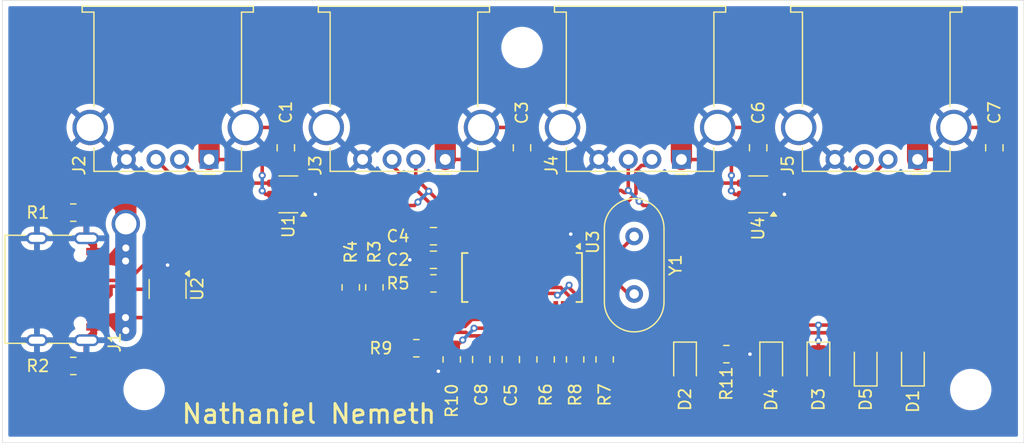
<source format=kicad_pcb>
(kicad_pcb (version 20240108) (generator "pcbnew") (generator_version "8.0")
  (layers (0 "F.Cu" signal) (31 "B.Cu" signal) (34 "B.Paste" user) (35 "F.Paste" user) (36 "B.SilkS" user "B.Silkscreen") (37 "F.SilkS" user "F.Silkscreen") (38 "B.Mask" user) (39 "F.Mask" user) (44 "Edge.Cuts" user))
  (net 0 "")
  (net 1 "GND")
  (net 2 "+1V8")
  (net 3 "DRV")
  (net 4 "D1-")
  (net 5 "D1+")
  (net 6 "D2+")
  (net 7 "D2-")
  (net 8 "D3-")
  (net 9 "D3+")
  (net 10 "D4+")
  (net 11 "D4-")
  (net 12 "DU-")
  (net 13 "DU+")
  (net 14 "LED1")
  (net 15 "LED2")
  (net 21 "/BUSJ")
  (net 22 "/OVCJ")
  (net 23 "/Upstream Port/CC1")
  (net 24 "/Upstream Port/CC2")
  (net 25 "/REXT")
  (net 26 "+5V")
  (net 27 "+3V3")
  (net 28 "/Peripheral Circuits/HUB ON{slash}OFF")
  (net 29 "/Peripheral Circuits/LED 1&3")
  (net 30 "/Peripheral Circuits/LED 2&4")
  (net 31 "/XRSTJ")
  (net 32 "/VBUSM")
  (net 34 "XOUT")
  (net 35 "XIN")
  (footprint "MountingHole:MountingHole_3mm" (layer "F.Cu") (at 142.45 105.05 90)
    (property "Reference" "REF**" (hide yes))
    (property "Value" "MountingHole_3mm" (hide yes))
  )
  (footprint "Package_TO_SOT_SMD:SOT-23-6" (layer "F.Cu") (at 154.663738 88.5 180)
    (property "Reference" "U1")
    (property "Value" "SRV05-4" (hide yes))
  )
  (footprint "Package_TO_SOT_SMD:SOT-23-6" (layer "F.Cu") (at 194.454407 88.5 180)
    (property "Reference" "U4")
    (property "Value" "SRV05-4" (hide yes))
  )
  (footprint "Package_TO_SOT_SMD:SOT-23-6" (layer "F.Cu") (at 144.436961 96.525001 -90)
    (property "Reference" "U2")
    (property "Value" "SRV05-4" (hide yes))
  )
  (footprint "Connector_USB:USB_A_Stewart_SS-52100-001_Horizontal" (layer "F.Cu") (at 207.95 85.54 180)
    (property "Reference" "J5")
    (property "Value" "USB_A" (hide yes))
  )
  (footprint "Crystal:Crystal_HC49-U_Vertical" (layer "F.Cu") (at 183.95 96.95 90)
    (property "Reference" "Y1")
    (property "Value" "12MHz" (hide yes))
  )
  (footprint "Connector_USB:USB_A_Stewart_SS-52100-001_Horizontal" (layer "F.Cu") (at 167.95 85.54 180)
    (property "Reference" "J3")
    (property "Value" "USB_A" (hide yes))
  )
  (footprint "Connector_USB:USB_A_Stewart_SS-52100-001_Horizontal" (layer "F.Cu") (at 147.95 85.54 180)
    (property "Reference" "J2")
    (property "Value" "USB_A" (hide yes))
  )
  (footprint "Resistor_SMD:R_0805_2012Metric_Pad1.20x1.40mm_HandSolder" (layer "F.Cu") (at 191.756519 102.05 180)
    (property "Reference" "R11")
    (property "Value" "470Ω" (hide yes))
  )
  (footprint "Resistor_SMD:R_0805_2012Metric_Pad1.20x1.40mm_HandSolder" (layer "F.Cu") (at 136.45 103.05 180)
    (property "Reference" "R2")
    (property "Value" "5.1kΩ" (hide yes))
  )
  (footprint "Resistor_SMD:R_0805_2012Metric_Pad1.20x1.40mm_HandSolder" (layer "F.Cu") (at 159.95 96.387107 -90)
    (property "Reference" "R4")
    (property "Value" "100kΩ" (hide yes))
  )
  (footprint "Resistor_SMD:R_0805_2012Metric_Pad1.20x1.40mm_HandSolder" (layer "F.Cu") (at 176.45 102.5 -90)
    (property "Reference" "R6")
    (property "Value" "470Ω" (hide yes))
  )
  (footprint "Resistor_SMD:R_0805_2012Metric_Pad1.20x1.40mm_HandSolder" (layer "F.Cu") (at 136.45 90.05 180)
    (property "Reference" "R1")
    (property "Value" "5.1kΩ" (hide yes))
  )
  (footprint "Capacitor_SMD:C_0805_2012Metric_Pad1.18x1.45mm_HandSolder" (layer "F.Cu") (at 154.45 84.55 90)
    (property "Reference" "C1")
    (property "Value" "0.1uF" (hide yes))
  )
  (footprint "Resistor_SMD:R_0805_2012Metric_Pad1.20x1.40mm_HandSolder" (layer "F.Cu") (at 181.45 102.5 -90)
    (property "Reference" "R7")
    (property "Value" "100kΩ" (hide yes))
  )
  (footprint "Capacitor_SMD:C_0805_2012Metric_Pad1.18x1.45mm_HandSolder" (layer "F.Cu") (at 173.5 102.5 -90)
    (property "Reference" "C5")
    (property "Value" "10uF" (hide yes))
  )
  (footprint "Connector_USB:USB_C_Receptacle_G-Switch_GT-USB-7010ASV" (layer "F.Cu") (at 134.45 96.55 -90)
    (property "Reference" "J1")
    (property "Value" "USB_C_Receptacle_USB2.0_16P" (hide yes))
  )
  (footprint "Capacitor_SMD:C_0805_2012Metric_Pad1.18x1.45mm_HandSolder" (layer "F.Cu") (at 171 102.5 -90)
    (property "Reference" "C8")
    (property "Value" "100nF" (hide yes))
  )
  (footprint "Resistor_SMD:R_0805_2012Metric_Pad1.20x1.40mm_HandSolder" (layer "F.Cu") (at 161.95 96.387107 -90)
    (property "Reference" "R3")
    (property "Value" "100kΩ" (hide yes))
  )
  (footprint "MountingHole:MountingHole_3mm" (layer "F.Cu") (at 174.45 76.05 90)
    (property "Reference" "REF**" (hide yes))
    (property "Value" "MountingHole_3mm" (hide yes))
  )
  (footprint "Resistor_SMD:R_0805_2012Metric_Pad1.20x1.40mm_HandSolder" (layer "F.Cu") (at 166.95 96.05)
    (property "Reference" "R5")
    (property "Value" "2.7kΩ" (hide yes))
  )
  (footprint "LED_SMD:LED_0805_2012Metric_Pad1.15x1.40mm_HandSolder" (layer "F.Cu") (at 207.552173 102.887107 90)
    (property "Reference" "D1")
    (property "Value" "LED_G" (hide yes))
  )
  (footprint "Capacitor_SMD:C_0805_2012Metric_Pad1.18x1.45mm_HandSolder" (layer "F.Cu") (at 194.45 84.55 90)
    (property "Reference" "C6")
    (property "Value" "0.1uF" (hide yes))
  )
  (footprint "Package_SO:SSOP-28_3.9x9.9mm_P0.635mm" (layer "F.Cu") (at 174.45 95.55 -90)
    (property "Reference" "U3")
    (property "Value" "FE1.1s" (hide yes))
  )
  (footprint "Capacitor_SMD:C_0805_2012Metric_Pad1.18x1.45mm_HandSolder" (layer "F.Cu") (at 166.95 94.05 180)
    (property "Reference" "C2")
    (property "Value" "10uF" (hide yes))
  )
  (footprint "LED_SMD:LED_0805_2012Metric_Pad1.15x1.40mm_HandSolder" (layer "F.Cu") (at 188.256519 102.887107 -90)
    (property "Reference" "D2")
    (property "Value" "LED_R" (hide yes))
  )
  (footprint "Capacitor_SMD:C_0805_2012Metric_Pad1.18x1.45mm_HandSolder" (layer "F.Cu") (at 174.45 84.55 90)
    (property "Reference" "C3")
    (property "Value" "0.1uF" (hide yes))
  )
  (footprint "Resistor_SMD:R_0805_2012Metric_Pad1.20x1.40mm_HandSolder" (layer "F.Cu") (at 178.95 102.5 -90)
    (property "Reference" "R8")
    (property "Value" "470Ω" (hide yes))
  )
  (footprint "Resistor_SMD:R_0805_2012Metric_Pad1.20x1.40mm_HandSolder" (layer "F.Cu") (at 165.5 101.55 180)
    (property "Reference" "R9")
    (property "Value" "47kΩ" (hide yes))
  )
  (footprint "Capacitor_SMD:C_0805_2012Metric_Pad1.18x1.45mm_HandSolder" (layer "F.Cu") (at 214.45 84.55 90)
    (property "Reference" "C7")
    (property "Value" "0.1uF" (hide yes))
  )
  (footprint "MountingHole:MountingHole_3mm" (layer "F.Cu") (at 212.45 105.05 90)
    (property "Reference" "REF**" (hide yes))
    (property "Value" "MountingHole_3mm" (hide yes))
  )
  (footprint "Connector_USB:USB_A_Stewart_SS-52100-001_Horizontal" (layer "F.Cu") (at 187.95 85.54 180)
    (property "Reference" "J4")
    (property "Value" "USB_A" (hide yes))
  )
  (footprint "Capacitor_SMD:C_0805_2012Metric_Pad1.18x1.45mm_HandSolder" (layer "F.Cu") (at 166.95 92.05 180)
    (property "Reference" "C4")
    (property "Value" "10uF" (hide yes))
  )
  (footprint "LED_SMD:LED_0805_2012Metric_Pad1.15x1.40mm_HandSolder" (layer "F.Cu") (at 199.552173 102.887107 -90)
    (property "Reference" "D3")
    (property "Value" "LED_G" (hide yes))
  )
  (footprint "LED_SMD:LED_0805_2012Metric_Pad1.15x1.40mm_HandSolder" (layer "F.Cu") (at 195.552173 102.887107 -90)
    (property "Reference" "D4")
    (property "Value" "LED_G" (hide yes))
  )
  (footprint "Resistor_SMD:R_0805_2012Metric_Pad1.20x1.40mm_HandSolder" (layer "F.Cu") (at 168.5 102.5 90)
    (property "Reference" "R10")
    (property "Value" "100kΩ" (hide yes))
  )
  (footprint "LED_SMD:LED_0805_2012Metric_Pad1.15x1.40mm_HandSolder" (layer "F.Cu") (at 203.552173 102.887107 90)
    (property "Reference" "D5")
    (property "Value" "LED_G" (hide yes))
  )
  (gr_rect (start 130.45 72.05) (end 216.95 109.55) (stroke (width 0.05)) (fill none) (layer "Edge.Cuts"))
  (gr_text "Nathaniel Nemeth" (at 145.5 108.05 0) (layer "F.SilkS") (effects (font (size 1.6 1.6) (thickness 0.25) (bold yes)) (justify left bottom)))
  (segment (start 165.9125 96.0125) (end 165.95 96.05) (width 0.3) (layer "F.Cu") (net 1))
  (segment (start 154.45 83.5125) (end 153.7675 82.83) (width 0.3) (layer "F.Cu") (net 1))
  (segment (start 137.45 103.05) (end 137.45 100.995) (width 0.3) (layer "F.Cu") (net 1))
  (segment (start 144.436961 94.5) (end 144.436961 95.387501) (width 0.3) (layer "F.Cu") (net 1))
  (segment (start 213.7675 82.83) (end 211.02 82.83) (width 0.3) (layer "F.Cu") (net 1))
  (segment (start 165.9125 94.05) (end 164.95 94.05) (width 0.3) (layer "F.Cu") (net 1))
  (segment (start 165.9125 94.05) (end 165.9125 96.0125) (width 0.3) (layer "F.Cu") (net 1))
  (segment (start 165.9125 92.05) (end 165.9125 94.05) (width 0.3) (layer "F.Cu") (net 1))
  (segment (start 137.45 100.995) (end 137.575 100.87) (width 0.3) (layer "F.Cu") (net 1))
  (segment (start 138.175 100.27) (end 137.575 100.87) (width 0.6) (layer "F.Cu") (net 1))
  (segment (start 174.45 83.5125) (end 173.7675 82.83) (width 0.3) (layer "F.Cu") (net 1))
  (segment (start 138.175 93.35) (end 138.175 92.83) (width 0.6) (layer "F.Cu") (net 1))
  (segment (start 168.5 103.5) (end 168.5375 103.5375) (width 0.3) (layer "F.Cu") (net 1))
  (segment (start 167.367489 103.5) (end 168.5 103.5) (width 0.3) (layer "F.Cu") (net 1))
  (segment (start 214.45 83.5125) (end 213.7675 82.83) (width 0.3) (layer "F.Cu") (net 1))
  (segment (start 196.67437 88.5) (end 195.591907 88.5) (width 0.3) (layer "F.Cu") (net 1))
  (segment (start 168.5375 103.5375) (end 173.5 103.5375) (width 0.3) (layer "F.Cu") (net 1))
  (segment (start 137.45 92.105) (end 137.575 92.23) (width 0.3) (layer "F.Cu") (net 1))
  (segment (start 173.7675 82.83) (end 171.02 82.83) (width 0.3) (layer "F.Cu") (net 1))
  (segment (start 137.45 90.05) (end 137.45 92.105) (width 0.3) (layer "F.Cu") (net 1))
  (segment (start 194.45 83.5125) (end 193.7675 82.83) (width 0.3) (layer "F.Cu") (net 1))
  (segment (start 153.7675 82.83) (end 151.02 82.83) (width 0.3) (layer "F.Cu") (net 1))
  (segment (start 193.7675 82.83) (end 191.02 82.83) (width 0.3) (layer "F.Cu") (net 1))
  (segment (start 193.756519 102.05) (end 192.882665 102.05) (width 0.3) (layer "F.Cu") (net 1))
  (segment (start 138.175 99.75) (end 138.175 100.27) (width 0.6) (layer "F.Cu") (net 1))
  (segment (start 138.175 92.83) (end 137.575 92.23) (width 0.6) (layer "F.Cu") (net 1))
  (segment (start 156.95 88.5) (end 155.801238 88.5) (width 0.3) (layer "F.Cu") (net 1))
  (segment (start 178.5775 91.874636) (end 178.5775 92.95) (width 0.3) (layer "F.Cu") (net 1))
  (via (at 193.756519 102.05) (size 0.6) (drill 0.3) (layers "F.Cu" "B.Cu") (net 1))
  (via (at 156.95 88.5) (size 0.6) (drill 0.3) (layers "F.Cu" "B.Cu") (net 1))
  (via (at 144.436961 94.5) (size 0.6) (drill 0.3) (layers "F.Cu" "B.Cu") (net 1))
  (via (at 178.5775 91.874636) (size 0.6) (drill 0.3) (layers "F.Cu" "B.Cu") (net 1))
  (via (at 196.67437 88.5) (size 0.6) (drill 0.3) (layers "F.Cu" "B.Cu") (net 1))
  (via (at 164.95 94.05) (size 0.6) (drill 0.3) (layers "F.Cu" "B.Cu") (net 1))
  (via (at 167.367489 103.5) (size 0.6) (drill 0.3) (layers "F.Cu" "B.Cu") (net 1))
  (segment (start 178.5775 97.258261) (end 177.719239 96.4) (width 0.3) (layer "F.Cu") (net 2))
  (segment (start 171.5925 92.95) (end 171.5925 92.012893) (width 0.3) (layer "F.Cu") (net 2))
  (segment (start 169.567893 91.5) (end 169.275 91.792893) (width 0.3) (layer "F.Cu") (net 2))
  (segment (start 171.5925 92.012893) (end 171.079607 91.5) (width 0.3) (layer "F.Cu") (net 2))
  (segment (start 178.5775 98.15) (end 178.5775 97.258261) (width 0.3) (layer "F.Cu") (net 2))
  (segment (start 169.275 91.792894) (end 169.017894 92.05) (width 0.3) (layer "F.Cu") (net 2))
  (segment (start 171.5925 94.470394) (end 171.5925 92.95) (width 0.3) (layer "F.Cu") (net 2))
  (segment (start 171.079607 91.5) (end 169.567893 91.5) (width 0.3) (layer "F.Cu") (net 2))
  (segment (start 173.522106 96.4) (end 171.5925 94.470394) (width 0.3) (layer "F.Cu") (net 2))
  (segment (start 177.719239 96.4) (end 173.522106 96.4) (width 0.3) (layer "F.Cu") (net 2))
  (segment (start 169.275 91.792893) (end 169.275 91.792894) (width 0.3) (layer "F.Cu") (net 2))
  (segment (start 169.017894 92.05) (end 167.9875 92.05) (width 0.3) (layer "F.Cu") (net 2))
  (segment (start 175.95 105.55) (end 182.971975 105.55) (width 0.3) (layer "F.Cu") (net 3))
  (segment (start 174.95 104.55) (end 175.95 105.55) (width 0.3) (layer "F.Cu") (net 3))
  (segment (start 174.7675 98.15) (end 174.7675 99.074606) (width 0.3) (layer "F.Cu") (net 3))
  (segment (start 182.971975 105.55) (end 184.609868 103.912107) (width 0.3) (layer "F.Cu") (net 3))
  (segment (start 184.609868 103.912107) (end 207.552173 103.912107) (width 0.3) (layer "F.Cu") (net 3))
  (segment (start 174.7675 99.074606) (end 174.95 99.257106) (width 0.3) (layer "F.Cu") (net 3))
  (segment (start 174.95 99.257106) (end 174.95 104.55) (width 0.3) (layer "F.Cu") (net 3))
  (segment (start 155.452476 90.475) (end 156.582151 90.475) (width 0.3) (layer "F.Cu") (net 4))
  (segment (start 155.452476 90.475) (end 154.669447 89.691971) (width 0.3) (layer "F.Cu") (net 4))
  (segment (start 154.669447 89.691971) (end 154.669447 88.269447) (width 0.3) (layer "F.Cu") (net 4))
  (segment (start 172.8625 91.86868) (end 171.46882 90.475) (width 0.3) (layer "F.Cu") (net 4))
  (segment (start 172.8625 92.95) (end 172.8625 91.86868) (width 0.3) (layer "F.Cu") (net 4))
  (segment (start 171.46882 90.475) (end 157.611603 90.475) (width 0.3) (layer "F.Cu") (net 4))
  (segment (start 145.45 85.55) (end 145.45 85.54) (width 0.3) (layer "F.Cu") (net 4))
  (segment (start 147.45 87.55) (end 145.45 85.55) (width 0.3) (layer "F.Cu") (net 4))
  (segment (start 153.95 87.55) (end 147.45 87.55) (width 0.3) (layer "F.Cu") (net 4))
  (segment (start 157.182151 90.045548) (end 157.011603 90.045548) (width 0.3) (layer "F.Cu") (net 4))
  (segment (start 154.669447 88.269447) (end 153.95 87.55) (width 0.3) (layer "F.Cu") (net 4))
  (arc (start 156.796877 90.260274) (mid 156.733985 90.412108) (end 156.582151 90.475) (width 0.3) (layer "F.Cu") (net 4))
  (arc (start 157.611603 90.475) (mid 157.459769 90.412108) (end 157.396877 90.260274) (width 0.3) (layer "F.Cu") (net 4))
  (arc (start 157.011603 90.045548) (mid 156.859769 90.10844) (end 156.796877 90.260274) (width 0.3) (layer "F.Cu") (net 4))
  (arc (start 157.396877 90.260274) (mid 157.333985 90.10844) (end 157.182151 90.045548) (width 0.3) (layer "F.Cu") (net 4))
  (segment (start 143.45 85.54) (end 143.45 85.55) (width 0.3) (layer "F.Cu") (net 5))
  (segment (start 154.169447 89.899077) (end 155.24537 90.975) (width 0.3) (layer "F.Cu") (net 5))
  (segment (start 153.721708 89.45) (end 154.169447 89.897739) (width 0.3) (layer "F.Cu") (net 5))
  (segment (start 147.35 89.45) (end 153.721708 89.45) (width 0.3) (layer "F.Cu") (net 5))
  (segment (start 154.169447 89.897739) (end 154.169447 89.899077) (width 0.3) (layer "F.Cu") (net 5))
  (segment (start 143.45 85.55) (end 147.35 89.45) (width 0.3) (layer "F.Cu") (net 5))
  (segment (start 172.2275 91.940786) (end 172.2275 92.95) (width 0.3) (layer "F.Cu") (net 5))
  (segment (start 171.261714 90.975) (end 172.2275 91.940786) (width 0.3) (layer "F.Cu") (net 5))
  (segment (start 155.24537 90.975) (end 171.261714 90.975) (width 0.3) (layer "F.Cu") (net 5))
  (segment (start 171.675927 89.975) (end 167.375001 89.975) (width 0.3) (layer "F.Cu") (net 6))
  (segment (start 163.45 86.049999) (end 163.45 85.54) (width 0.3) (layer "F.Cu") (net 6))
  (segment (start 155.801238 87.55) (end 164.95 87.55) (width 0.3) (layer "F.Cu") (net 6))
  (segment (start 173.4975 91.796573) (end 171.675927 89.975) (width 0.3) (layer "F.Cu") (net 6))
  (segment (start 173.4975 92.95) (end 173.4975 91.796573) (width 0.3) (layer "F.Cu") (net 6))
  (segment (start 167.375001 89.975) (end 163.45 86.049999) (width 0.3) (layer "F.Cu") (net 6))
  (segment (start 174.1325 91.724466) (end 174.1325 92.95) (width 0.3) (layer "F.Cu") (net 7))
  (segment (start 165.45 87.13076) (end 167.79424 89.475) (width 0.3) (layer "F.Cu") (net 7))
  (segment (start 165.45 85.54) (end 165.45 87.13076) (width 0.3) (layer "F.Cu") (net 7))
  (segment (start 165.63557 89.15481) (end 165.34038 89.45) (width 0.3) (layer "F.Cu") (net 7))
  (segment (start 171.883034 89.475) (end 174.1325 91.724466) (width 0.3) (layer "F.Cu") (net 7))
  (segment (start 168.99424 89.475) (end 171.883034 89.475) (width 0.3) (layer "F.Cu") (net 7))
  (segment (start 168.03424 89.235) (end 168.03424 89.195546) (width 0.3) (layer "F.Cu") (net 7))
  (segment (start 168.87424 89.475) (end 168.99424 89.475) (width 0.3) (layer "F.Cu") (net 7))
  (segment (start 168.27424 88.955546) (end 168.39424 88.955546) (width 0.3) (layer "F.Cu") (net 7))
  (segment (start 168.63424 89.195546) (end 168.63424 89.235) (width 0.3) (layer "F.Cu") (net 7))
  (segment (start 165.34038 89.45) (end 155.801238 89.45) (width 0.3) (layer "F.Cu") (net 7))
  (via (at 166.55481 88.23557) (size 0.6) (drill 0.3) (layers "F.Cu" "B.Cu") (net 7))
  (via (at 165.63557 89.15481) (size 0.6) (drill 0.3) (layers "F.Cu" "B.Cu") (net 7))
  (arc (start 168.39424 88.955546) (mid 168.563946 89.02584) (end 168.63424 89.195546) (width 0.3) (layer "F.Cu") (net 7))
  (arc (start 167.79424 89.475) (mid 167.963946 89.404706) (end 168.03424 89.235) (width 0.3) (layer "F.Cu") (net 7))
  (arc (start 168.03424 89.195546) (mid 168.104534 89.02584) (end 168.27424 88.955546) (width 0.3) (layer "F.Cu") (net 7))
  (arc (start 168.63424 89.235) (mid 168.704534 89.404706) (end 168.87424 89.475) (width 0.3) (layer "F.Cu") (net 7))
  (segment (start 166.55481 88.23557) (end 165.63557 89.15481) (width 0.3) (layer "B.Cu") (net 7))
  (segment (start 184.100001 88.439338) (end 182.989339 89.55) (width 0.3) (layer "F.Cu") (net 8))
  (segment (start 193.316907 87.55) (end 184.100001 87.55) (width 0.3) (layer "F.Cu") (net 8))
  (segment (start 185.45 86.05) (end 184.566346 86.05) (width 0.3) (layer "F.Cu") (net 8))
  (segment (start 175.4025 91.804606) (end 175.4025 92.95) (width 0.3) (layer "F.Cu") (net 8))
  (segment (start 184.100001 87.549998) (end 184.100001 88.439338) (width 0.3) (layer "F.Cu") (net 8))
  (segment (start 184.566346 86.05) (end 184.100001 86.516345) (width 0.3) (layer "F.Cu") (net 8))
  (segment (start 182.989339 89.55) (end 177.657106 89.55) (width 0.3) (layer "F.Cu") (net 8))
  (segment (start 184.100001 86.516345) (end 184.100001 87.549998) (width 0.3) (layer "F.Cu") (net 8))
  (segment (start 177.657106 89.55) (end 175.4025 91.804606) (width 0.3) (layer "F.Cu") (net 8))
  (segment (start 183.45 88.1701) (end 183.45 85.54) (width 0.3) (layer "F.Cu") (net 9))
  (segment (start 174.7675 92.95) (end 174.7675 91.7325) (width 0.3) (layer "F.Cu") (net 9))
  (segment (start 177.45 89.05) (end 182.5701 89.05) (width 0.3) (layer "F.Cu") (net 9))
  (segment (start 183.333779 88.286324) (end 183.41863 88.201471) (width 0.3) (layer "F.Cu") (net 9))
  (segment (start 183.450001 88.170099) (end 183.45 88.170098) (width 0.3) (layer "F.Cu") (net 9))
  (segment (start 182.517322 88.318397) (end 182.602175 88.233545) (width 0.3) (layer "F.Cu") (net 9))
  (segment (start 184.729902 89.45) (end 193.316907 89.45) (width 0.3) (layer "F.Cu") (net 9))
  (segment (start 184.36924 89.089338) (end 184.729902 89.45) (width 0.3) (layer "F.Cu") (net 9))
  (segment (start 182.941587 88.233544) (end 182.994367 88.286324) (width 0.3) (layer "F.Cu") (net 9))
  (segment (start 174.7675 91.7325) (end 177.45 89.05) (width 0.3) (layer "F.Cu") (net 9))
  (segment (start 182.570101 88.710588) (end 182.517322 88.657809) (width 0.3) (layer "F.Cu") (net 9))
  (segment (start 183.41863 88.201471) (end 183.45 88.1701) (width 0.3) (layer "F.Cu") (net 9))
  (via (at 184.36924 89.089338) (size 0.6) (drill 0.3) (layers "F.Cu" "B.Cu") (net 9))
  (via (at 183.450001 88.170099) (size 0.6) (drill 0.3) (layers "F.Cu" "B.Cu") (net 9))
  (arc (start 182.994367 88.286324) (mid 183.164072 88.35662) (end 183.333779 88.286324) (width 0.3) (layer "F.Cu") (net 9))
  (arc (start 182.602175 88.233545) (mid 182.771882 88.163249) (end 182.941587 88.233544) (width 0.3) (layer "F.Cu") (net 9))
  (arc (start 182.517322 88.657809) (mid 182.447026 88.488104) (end 182.517322 88.318397) (width 0.3) (layer "F.Cu") (net 9))
  (arc (start 182.5701 89.05) (mid 182.640395 88.880294) (end 182.570101 88.710588) (width 0.3) (layer "F.Cu") (net 9))
  (segment (start 183.450001 88.170099) (end 184.36924 89.089338) (width 0.3) (layer "B.Cu") (net 9))
  (segment (start 176.0375 91.876712) (end 176.0375 92.95) (width 0.3) (layer "F.Cu") (net 10))
  (segment (start 194.929408 87.55) (end 196.88827 87.55) (width 0.3) (layer "F.Cu") (net 10))
  (segment (start 177.814212 90.1) (end 176.0375 91.876712) (width 0.3) (layer "F.Cu") (net 10))
  (segment (start 197.48827 87.856298) (end 197.194568 87.856298) (width 0.3) (layer "F.Cu") (net 10))
  (segment (start 194.929408 87.55) (end 194.45 88.029408) (width 0.3) (layer "F.Cu") (net 10))
  (segment (start 194.45 89.690669) (end 194.040669 90.1) (width 0.3) (layer "F.Cu") (net 10))
  (segment (start 201.44 87.55) (end 197.794568 87.55) (width 0.3) (layer "F.Cu") (net 10))
  (segment (start 203.45 85.54) (end 201.44 87.55) (width 0.3) (layer "F.Cu") (net 10))
  (segment (start 194.040669 90.1) (end 177.814212 90.1) (width 0.3) (layer "F.Cu") (net 10))
  (segment (start 194.45 88.029408) (end 194.45 89.690669) (width 0.3) (layer "F.Cu") (net 10))
  (arc (start 197.194568 87.856298) (mid 197.086275 87.811442) (end 197.041419 87.703149) (width 0.3) (layer "F.Cu") (net 10))
  (arc (start 197.041419 87.703149) (mid 196.996563 87.594856) (end 196.88827 87.55) (width 0.3) (layer "F.Cu") (net 10))
  (arc (start 197.641419 87.703149) (mid 197.596563 87.811442) (end 197.48827 87.856298) (width 0.3) (layer "F.Cu") (net 10))
  (arc (start 197.794568 87.55) (mid 197.686275 87.594856) (end 197.641419 87.703149) (width 0.3) (layer "F.Cu") (net 10))
  (segment (start 201.54 89.45) (end 205.45 85.54) (width 0.3) (layer "F.Cu") (net 11))
  (segment (start 178.021318 90.6) (end 194.247776 90.6) (width 0.3) (layer "F.Cu") (net 11))
  (segment (start 195.397776 89.45) (end 201.54 89.45) (width 0.3) (layer "F.Cu") (net 11))
  (segment (start 176.6725 92.95) (end 176.6725 91.948818) (width 0.3) (layer "F.Cu") (net 11))
  (segment (start 176.6725 91.948818) (end 178.021318 90.6) (width 0.3) (layer "F.Cu") (net 11))
  (segment (start 194.247776 90.6) (end 195.397776 89.45) (width 0.3) (layer "F.Cu") (net 11))
  (segment (start 169.2725 99.2) (end 170.3225 98.15) (width 0.3) (layer "F.Cu") (net 12))
  (segment (start 147.670378 95.733416) (end 147.755232 95.818271) (width 0.3) (layer "F.Cu") (net 12))
  (segment (start 143.05 93.85) (end 145.5 93.85) (width 0.3) (layer "F.Cu") (net 12))
  (segment (start 139.145 95.8) (end 139.145 96.8) (width 0.3) (layer "F.Cu") (net 12))
  (segment (start 146.901811 95.653457) (end 146.986663 95.738309) (width 0.3) (layer "F.Cu") (net 12))
  (segment (start 151.136961 99.2) (end 169.2725 99.2) (width 0.3) (layer "F.Cu") (net 12))
  (segment (start 139.145 96.8) (end 138.175 96.8) (width 0.3) (layer "F.Cu") (net 12))
  (segment (start 145.5 93.85) (end 145.786961 93.85) (width 0.3) (layer "F.Cu") (net 12))
  (segment (start 141.1 95.8) (end 143.05 93.85) (width 0.3) (layer "F.Cu") (net 12))
  (segment (start 147.755232 95.818271) (end 151.136961 99.2) (width 0.3) (layer "F.Cu") (net 12))
  (segment (start 138.175 95.8) (end 141.1 95.8) (width 0.3) (layer "F.Cu") (net 12))
  (segment (start 145.386961 93.85) (end 145.386961 95.387501) (width 0.3) (layer "F.Cu") (net 12))
  (segment (start 146.906704 95.309154) (end 146.901811 95.314046) (width 0.3) (layer "F.Cu") (net 12))
  (segment (start 147.326075 95.738309) (end 147.330967 95.733416) (width 0.3) (layer "F.Cu") (net 12))
  (segment (start 145.786961 93.85) (end 146.906704 94.969743) (width 0.3) (layer "F.Cu") (net 12))
  (arc (start 146.986663 95.738309) (mid 147.156369 95.808604) (end 147.326075 95.738309) (width 0.3) (layer "F.Cu") (net 12))
  (arc (start 147.330967 95.733416) (mid 147.500672 95.663122) (end 147.670378 95.733416) (width 0.3) (layer "F.Cu") (net 12))
  (arc (start 146.906704 94.969743) (mid 146.976998 95.139449) (end 146.906704 95.309154) (width 0.3) (layer "F.Cu") (net 12))
  (arc (start 146.901811 95.314046) (mid 146.831517 95.483751) (end 146.901811 95.653457) (width 0.3) (layer "F.Cu") (net 12))
  (segment (start 170.9575 99.015) (end 170.8725 99.1) (width 0.3) (layer "F.Cu") (net 13))
  (segment (start 137.205 97.3) (end 138.175 97.3) (width 0.3) (layer "F.Cu") (net 13))
  (segment (start 170.8725 99.1) (end 170.222826 99.1) (width 0.3) (layer "F.Cu") (net 13))
  (segment (start 141.062749 96.3) (end 139.645 96.3) (width 0.3) (layer "F.Cu") (net 13))
  (segment (start 137.205 96.3) (end 137.205 97.3) (width 0.3) (layer "F.Cu") (net 13))
  (segment (start 150.929855 99.7) (end 147.779855 96.55) (width 0.3) (layer "F.Cu") (net 13))
  (segment (start 141.312749 96.55) (end 141.062749 96.3) (width 0.3) (layer "F.Cu") (net 13))
  (segment (start 139.352107 97.3) (end 138.175 97.3) (width 0.3) (layer "F.Cu") (net 13))
  (segment (start 170.222826 99.1) (end 169.622826 99.7) (width 0.3) (layer "F.Cu") (net 13))
  (segment (start 147.779855 96.55) (end 141.312749 96.55) (width 0.3) (layer "F.Cu") (net 13))
  (segment (start 139.645 97.007107) (end 139.352107 97.3) (width 0.3) (layer "F.Cu") (net 13))
  (segment (start 169.622826 99.7) (end 150.929855 99.7) (width 0.3) (layer "F.Cu") (net 13))
  (segment (start 170.9575 98.15) (end 170.9575 99.015) (width 0.3) (layer "F.Cu") (net 13))
  (segment (start 138.175 96.3) (end 137.205 96.3) (width 0.3) (layer "F.Cu") (net 13))
  (segment (start 139.645 96.3) (end 139.645 97.007107) (width 0.3) (layer "F.Cu") (net 13))
  (segment (start 143.486961 95.387501) (end 143.486961 96.55) (width 0.3) (layer "F.Cu") (net 13))
  (segment (start 175.4025 99.0025) (end 175.4025 98.15) (width 0.3) (layer "F.Cu") (net 14))
  (segment (start 176.45 100.05) (end 175.4025 99.0025) (width 0.3) (layer "F.Cu") (net 14))
  (segment (start 176.45 101.5) (end 176.45 100.05) (width 0.3) (layer "F.Cu") (net 14))
  (segment (start 178.622182 101.5) (end 176.0375 98.915318) (width 0.3) (layer "F.Cu") (net 15))
  (segment (start 176.0375 98.915318) (end 176.0375 98.15) (width 0.3) (layer "F.Cu") (net 15))
  (segment (start 178.95 101.5) (end 178.622182 101.5) (width 0.3) (layer "F.Cu") (net 15))
  (segment (start 162.762893 98.2) (end 161.95 97.387107) (width 0.3) (layer "F.Cu") (net 21))
  (segment (start 172.8625 97.154607) (end 172.407893 96.7) (width 0.3) (layer "F.Cu") (net 21))
  (segment (start 172.8625 98.15) (end 172.8625 97.154607) (width 0.3) (layer "F.Cu") (net 21))
  (segment (start 172.407893 96.7) (end 169.742893 96.7) (width 0.3) (layer "F.Cu") (net 21))
  (segment (start 169.742893 96.7) (end 168.242893 98.2) (width 0.3) (layer "F.Cu") (net 21))
  (segment (start 168.242893 98.2) (end 162.762893 98.2) (width 0.3) (layer "F.Cu") (net 21))
  (segment (start 177.3075 98.15) (end 177.3075 99.015) (width 0.3) (layer "F.Cu") (net 22))
  (segment (start 178.605456 99.5) (end 180.204079 101.098623) (width 0.3) (layer "F.Cu") (net 22))
  (segment (start 180.204079 101.098623) (end 180.204079 102.254079) (width 0.3) (layer "F.Cu") (net 22))
  (segment (start 180.204079 102.254079) (end 181.45 103.5) (width 0.3) (layer "F.Cu") (net 22))
  (segment (start 177.3075 99.015) (end 177.7925 99.5) (width 0.3) (layer "F.Cu") (net 22))
  (segment (start 177.7925 99.5) (end 178.605456 99.5) (width 0.3) (layer "F.Cu") (net 22))
  (segment (start 135.45 93.545) (end 135.45 90.05) (width 0.3) (layer "F.Cu") (net 23))
  (segment (start 138.175 95.3) (end 137.205 95.3) (width 0.3) (layer "F.Cu") (net 23))
  (segment (start 137.205 95.3) (end 135.45 93.545) (width 0.3) (layer "F.Cu") (net 23))
  (segment (start 138.175 98.3) (end 137.169695 98.3) (width 0.3) (layer "F.Cu") (net 24))
  (segment (start 137.169695 98.3) (end 135.45 100.019695) (width 0.3) (layer "F.Cu") (net 24))
  (segment (start 135.45 100.019695) (end 135.45 103.05) (width 0.3) (layer "F.Cu") (net 24))
  (segment (start 170.3225 94.52868) (end 168.80118 96.05) (width 0.3) (layer "F.Cu") (net 25))
  (segment (start 168.80118 96.05) (end 167.95 96.05) (width 0.3) (layer "F.Cu") (net 25))
  (segment (start 170.3225 92.95) (end 170.3225 94.52868) (width 0.3) (layer "F.Cu") (net 25))
  (segment (start 152.45 88.2) (end 152.75 88.5) (width 0.3) (layer "F.Cu") (net 26))
  (segment (start 147.95 85.54) (end 147.95 79.05) (width 1.8) (layer "F.Cu") (net 26))
  (segment (start 169.703369 100.2) (end 170.003369 100.5) (width 0.3) (layer "F.Cu") (net 26))
  (segment (start 187.95 85.54) (end 187.96 85.55) (width 0.3) (layer "F.Cu") (net 26))
  (segment (start 192.184019 86.9) (end 192.184019 85.55) (width 0.3) (layer "F.Cu") (net 26))
  (segment (start 134.45 81.05) (end 136.45 79.05) (width 1.8) (layer "F.Cu") (net 26))
  (segment (start 171 100.5) (end 171 101.4625) (width 0.3) (layer "F.Cu") (net 26))
  (segment (start 139.45 88.05) (end 136.45 88.05) (width 1.8) (layer "F.Cu") (net 26))
  (segment (start 152.45 86.9) (end 152.45 85.55) (width 0.3) (layer "F.Cu") (net 26))
  (segment (start 173.5 100) (end 173.5 101.4625) (width 0.3) (layer "F.Cu") (net 26))
  (segment (start 174.4025 85.54) (end 167.95 85.54) (width 0.3) (layer "F.Cu") (net 26))
  (segment (start 147.96 85.55) (end 147.95 85.54) (width 0.3) (layer "F.Cu") (net 26))
  (segment (start 144.436961 98.95) (end 144.436961 97.662501) (width 0.3) (layer "F.Cu") (net 26))
  (segment (start 167.95 79.05) (end 205.95 79.05) (width 1.8) (layer "F.Cu") (net 26))
  (segment (start 173.5 100) (end 173.4975 99.9975) (width 0.3) (layer "F.Cu") (net 26))
  (segment (start 171 100.5) (end 173.5 100.5) (width 0.3) (layer "F.Cu") (net 26))
  (segment (start 144.5 98.95) (end 149.472749 98.95) (width 0.3) (layer "F.Cu") (net 26))
  (segment (start 136.45 88.05) (end 134.45 86.05) (width 1.8) (layer "F.Cu") (net 26))
  (segment (start 140.875295 98.95) (end 144.5 98.95) (width 0.3) (layer "F.Cu") (net 26))
  (segment (start 214.45 85.5875) (end 214.4025 85.54) (width 0.3) (layer "F.Cu") (net 26))
  (segment (start 214.4025 85.54) (end 207.95 85.54) (width 0.3) (layer "F.Cu") (net 26))
  (segment (start 138.175 98.95) (end 139.35 98.95) (width 0.6) (layer "F.Cu") (net 26))
  (segment (start 170.003369 100.5) (end 171 100.5) (width 0.3) (layer "F.Cu") (net 26))
  (segment (start 152.75 88.5) (end 153.6125 88.5) (width 0.3) (layer "F.Cu") (net 26))
  (segment (start 164.5 100.2) (end 164.5 101.55) (width 0.3) (layer "F.Cu") (net 26))
  (segment (start 192.477268 88.5) (end 193.316907 88.5) (width 0.3) (layer "F.Cu") (net 26))
  (segment (start 167.95 79.05) (end 167.95 85.54) (width 1.8) (layer "F.Cu") (net 26))
  (segment (start 192.177268 88.2) (end 192.477268 88.5) (width 0.3) (layer "F.Cu") (net 26))
  (segment (start 140.9 89.5) (end 139.45 88.05) (width 1.8) (layer "F.Cu") (net 26))
  (segment (start 134.45 86.05) (end 134.45 81.05) (width 1.8) (layer "F.Cu") (net 26))
  (segment (start 207.95 81.05) (end 207.95 85.54) (width 1.8) (layer "F.Cu") (net 26))
  (segment (start 150.722748 100.2) (end 164.5 100.2) (width 0.3) (layer "F.Cu") (net 26))
  (segment (start 138.175 94.15) (end 139.45 94.15) (width 0.6) (layer "F.Cu") (net 26))
  (segment (start 205.95 79.05) (end 207.95 81.05) (width 1.8) (layer "F.Cu") (net 26))
  (segment (start 154.4125 85.55) (end 152.45 85.55) (width 0.3) (layer "F.Cu") (net 26))
  (segment (start 149.472749 98.95) (end 150.722748 100.2) (width 0.3) (layer "F.Cu") (net 26))
  (segment (start 174.45 85.5875) (end 174.4025 85.54) (width 0.3) (layer "F.Cu") (net 26))
  (segment (start 154.45 85.5875) (end 154.4125 85.55) (width 0.3) (layer "F.Cu") (net 26))
  (segment (start 187.95 79.05) (end 187.95 85.54) (width 1.8) (layer "F.Cu") (net 26))
  (segment (start 187.96 85.55) (end 194.4125 85.55) (width 0.3) (layer "F.Cu") (net 26))
  (segment (start 173.4975 99.9975) (end 173.4975 98.15) (width 0.3) (layer "F.Cu") (net 26))
  (segment (start 136.45 79.05) (end 167.95 79.05) (width 1.8) (layer "F.Cu") (net 26))
  (segment (start 164.5 100.2) (end 169.703369 100.2) (width 0.3) (layer "F.Cu") (net 26))
  (segment (start 194.4125 85.55) (end 194.45 85.5875) (width 0.3) (layer "F.Cu") (net 26))
  (segment (start 152.45 85.55) (end 147.96 85.55) (width 0.3) (layer "F.Cu") (net 26))
  (segment (start 140.9 91) (end 140.9 89.5) (width 1.8) (layer "F.Cu") (net 26))
  (via (at 152.45 86.9) (size 0.6) (drill 0.3) (layers "F.Cu" "B.Cu") (net 26))
  (via (at 152.45 88.2) (size 0.6) (drill 0.3) (layers "F.Cu" "B.Cu") (net 26))
  (via (at 140.9 100.05) (size 1) (drill 0.6) (layers "F.Cu" "B.Cu") (net 26))
  (via (at 140.875295 98.95) (size 1) (drill 0.6) (layers "F.Cu" "B.Cu") (net 26))
  (via (at 192.177268 88.2) (size 0.6) (drill 0.3) (layers "F.Cu" "B.Cu") (net 26))
  (via (at 140.9 91) (size 2.4) (drill 1.8) (layers "F.Cu" "B.Cu") (net 26))
  (via (at 192.184019 86.9) (size 0.6) (drill 0.3) (layers "F.Cu" "B.Cu") (net 26))
  (via (at 140.881566 94.152999) (size 1) (drill 0.6) (layers "F.Cu" "B.Cu") (net 26))
  (via (at 140.9 93.05) (size 1) (drill 0.6) (layers "F.Cu" "B.Cu") (net 26))
  (segment (start 192.184019 86.9) (end 192.177268 86.906751) (width 0.3) (layer "B.Cu") (net 26))
  (segment (start 140.9 91) (end 140.9 100.05) (width 1.8) (layer "B.Cu") (net 26))
  (segment (start 152.45 88.2) (end 152.45 86.9) (width 0.3) (layer "B.Cu") (net 26))
  (segment (start 192.177268 86.906751) (end 192.177268 88.2) (width 0.3) (layer "B.Cu") (net 26))
  (segment (start 178.438477 96.199999) (end 178.438477 96.412132) (width 0.3) (layer "F.Cu") (net 27))
  (segment (start 170.9575 92.95) (end 170.9575 94.778287) (width 0.3) (layer "F.Cu") (net 27))
  (segment (start 170.9575 94.778287) (end 168.035787 97.7) (width 0.3) (layer "F.Cu") (net 27))
  (segment (start 170.8725 92) (end 170.9575 92.085) (width 0.3) (layer "F.Cu") (net 27))
  (segment (start 170.9575 92.085) (end 170.9575 92.95) (width 0.3) (layer "F.Cu") (net 27))
  (segment (start 162.327831 95.387107) (end 161.95 95.387107) (width 0.3) (layer "F.Cu") (net 27))
  (segment (start 173.315 96.9) (end 171.193287 94.778287) (width 0.3) (layer "F.Cu") (net 27))
  (segment (start 169.775 92) (end 170.8725 92) (width 0.3) (layer "F.Cu") (net 27))
  (segment (start 177.3 96.9) (end 173.315 96.9) (width 0.3) (layer "F.Cu") (net 27))
  (segment (start 181.312562 101.5) (end 181.45 101.5) (width 0.3) (layer "F.Cu") (net 27))
  (segment (start 177.45 97.05) (end 177.3 96.9) (width 0.3) (layer "F.Cu") (net 27))
  (segment (start 167.9875 94.05) (end 167.9875 93.7875) (width 0.3) (layer "F.Cu") (net 27))
  (segment (start 168.035787 97.7) (end 164.640724 97.7) (width 0.3) (layer "F.Cu") (net 27))
  (segment (start 167.9875 93.7875) (end 169.775 92) (width 0.3) (layer "F.Cu") (net 27))
  (segment (start 171.193287 94.778287) (end 170.9575 94.778287) (width 0.3) (layer "F.Cu") (net 27))
  (segment (start 162.327831 95.387107) (end 164.640724 97.7) (width 0.3) (layer "F.Cu") (net 27))
  (segment (start 174.1325 98.15) (end 174.1325 96.9) (width 0.3) (layer "F.Cu") (net 27))
  (segment (start 178.438477 96.412132) (end 179.1275 97.101155) (width 0.3) (layer "F.Cu") (net 27))
  (segment (start 179.1275 97.101155) (end 179.1275 99.314938) (width 0.3) (layer "F.Cu") (net 27))
  (segment (start 161.95 95.387107) (end 159.95 95.387107) (width 0.3) (layer "F.Cu") (net 27))
  (segment (start 179.1275 99.314938) (end 181.312562 101.5) (width 0.3) (layer "F.Cu") (net 27))
  (via (at 177.45 97.05) (size 0.6) (drill 0.3) (layers "F.Cu" "B.Cu") (net 27))
  (via (at 178.438477 96.199999) (size 0.6) (drill 0.3) (layers "F.Cu" "B.Cu") (net 27))
  (segment (start 177.588476 97.05) (end 177.45 97.05) (width 0.3) (layer "B.Cu") (net 27))
  (segment (start 178.438477 96.199999) (end 177.588476 97.05) (width 0.3) (layer "B.Cu") (net 27))
  (segment (start 188.256519 101.862107) (end 191.068626 101.862107) (width 0.3) (layer "F.Cu") (net 28))
  (segment (start 195.552173 101.862107) (end 195.552173 100.237107) (width 0.3) (layer "F.Cu") (net 29))
  (segment (start 176.45 103.5) (end 178 105.05) (width 0.3) (layer "F.Cu") (net 29))
  (segment (start 178 105.05) (end 182.764868 105.05) (width 0.3) (layer "F.Cu") (net 29))
  (segment (start 201.927174 100.237108) (end 203.552173 101.862107) (width 0.3) (layer "F.Cu") (net 29))
  (segment (start 182.764868 105.05) (end 187.57776 100.237108) (width 0.3) (layer "F.Cu") (net 29))
  (segment (start 187.57776 100.237108) (end 201.927174 100.237108) (width 0.3) (layer "F.Cu") (net 29))
  (segment (start 205.277173 99.587107) (end 207.552173 101.862107) (width 0.3) (layer "F.Cu") (net 30))
  (segment (start 182.557761 104.55) (end 187.520654 99.587107) (width 0.3) (layer "F.Cu") (net 30))
  (segment (start 199.552173 100.887107) (end 199.552173 101.862107) (width 0.3) (layer "F.Cu") (net 30))
  (segment (start 187.520654 99.587107) (end 205.277173 99.587107) (width 0.3) (layer "F.Cu") (net 30))
  (segment (start 180 104.55) (end 182.557761 104.55) (width 0.3) (layer "F.Cu") (net 30))
  (segment (start 178.95 103.5) (end 180 104.55) (width 0.3) (layer "F.Cu") (net 30))
  (via (at 199.552173 100.887107) (size 0.6) (drill 0.3) (layers "F.Cu" "B.Cu") (net 30))
  (via (at 199.552173 99.587107) (size 0.6) (drill 0.3) (layers "F.Cu" "B.Cu") (net 30))
  (segment (start 199.552173 100.887107) (end 199.552173 99.587107) (width 0.3) (layer "B.Cu") (net 30))
  (segment (start 171.5925 97.285) (end 171.5075 97.2) (width 0.3) (layer "F.Cu") (net 31))
  (segment (start 169.95 97.2) (end 168.45 98.7) (width 0.3) (layer "F.Cu") (net 31))
  (segment (start 171.5075 97.2) (end 169.95 97.2) (width 0.3) (layer "F.Cu") (net 31))
  (segment (start 161.262893 98.7) (end 159.95 97.387107) (width 0.3) (layer "F.Cu") (net 31))
  (segment (start 171.5925 98.15) (end 171.5925 97.285) (width 0.3) (layer "F.Cu") (net 31))
  (segment (start 168.45 98.7) (end 161.262893 98.7) (width 0.3) (layer "F.Cu") (net 31))
  (segment (start 170.392065 99.85) (end 171.3925 99.85) (width 0.3) (layer "F.Cu") (net 32))
  (segment (start 168.55 101.55) (end 166.5 101.55) (width 0.3) (layer "F.Cu") (net 32))
  (segment (start 172.2275 99.015) (end 172.2275 98.15) (width 0.3) (layer "F.Cu") (net 32))
  (segment (start 171.3925 99.85) (end 172.2275 99.015) (width 0.3) (layer "F.Cu") (net 32))
  (segment (start 169.429382 100.85) (end 168.779382 101.5) (width 0.3) (layer "F.Cu") (net 32))
  (segment (start 168.779382 101.5) (end 168.5 101.5) (width 0.3) (layer "F.Cu") (net 32))
  (via (at 170.392065 99.85) (size 0.6) (drill 0.3) (layers "F.Cu" "B.Cu") (net 32))
  (via (at 169.429382 100.85) (size 0.6) (drill 0.3) (layers "F.Cu" "B.Cu") (net 32))
  (segment (start 169.429382 100.85) (end 170.392065 99.887317) (width 0.3) (layer "B.Cu") (net 32))
  (segment (start 170.392065 99.887317) (end 170.392065 99.85) (width 0.3) (layer "B.Cu") (net 32))
  (segment (start 177.9425 93.815) (end 177.9425 92.95) (width 0.3) (layer "F.Cu") (net 34))
  (segment (start 178.6775 94.55) (end 177.9425 93.815) (width 0.3) (layer "F.Cu") (net 34))
  (segment (start 181.46 94.55) (end 178.6775 94.55) (width 0.3) (layer "F.Cu") (net 34))
  (segment (start 183.94 92.07) (end 181.46 94.55) (width 0.3) (layer "F.Cu") (net 34))
  (segment (start 183.95 92.07) (end 183.94 92.07) (width 0.3) (layer "F.Cu") (net 34))
  (segment (start 177.3075 93.887107) (end 177.3075 92.95) (width 0.3) (layer "F.Cu") (net 35))
  (segment (start 181.56 95.05) (end 178.470393 95.05) (width 0.3) (layer "F.Cu") (net 35))
  (segment (start 178.470393 95.05) (end 177.3075 93.887107) (width 0.3) (layer "F.Cu") (net 35))
  (segment (start 183.46 96.95) (end 181.56 95.05) (width 0.3) (layer "F.Cu") (net 35))
  (segment (start 183.95 96.95) (end 183.46 96.95) (width 0.3) (layer "F.Cu") (net 35))
  (zone (net 26) (net_name "+5V") (layer "F.Cu") (priority 1) (connect_pads (clearance 0.3)) (min_thickness 0.3) (fill yes (thermal_gap 0.5) (thermal_bridge_width 0.5))
    (polygon (pts (xy 141.447318 94.75059) (xy 141.448043 92.386398) (xy 140.45 92.386398) (xy 139.95 93.05) (xy 139.229751 93.856052) (xy 139.237668 94.453729) (xy 139.95 94.55) (xy 140.447318 94.75059)))
  )
  (zone (net 26) (net_name "+5V") (layer "F.Cu") (priority 2) (connect_pads (clearance 0.2)) (min_thickness 0.3) (fill yes (thermal_gap 0.5) (thermal_bridge_width 0.5))
    (polygon (pts (xy 141.451276 100.644242) (xy 140.451276 100.644242) (xy 139.130536 99.270772) (xy 139.130536 98.681011) (xy 139.95 98.55) (xy 140.451276 98.320821) (xy 141.451276 98.320821)))
  )
  (zone (net 1) (net_name "GND") (layer "B.Cu") (connect_pads (clearance 0.5)) (min_thickness 0.25) (fill yes (thermal_gap 0.5) (thermal_bridge_width 0.5))
    (polygon (pts (xy 216.45 109.05) (xy 130.95 109.05) (xy 130.95 72.55) (xy 216.45 72.55)))
  )
)
</source>
